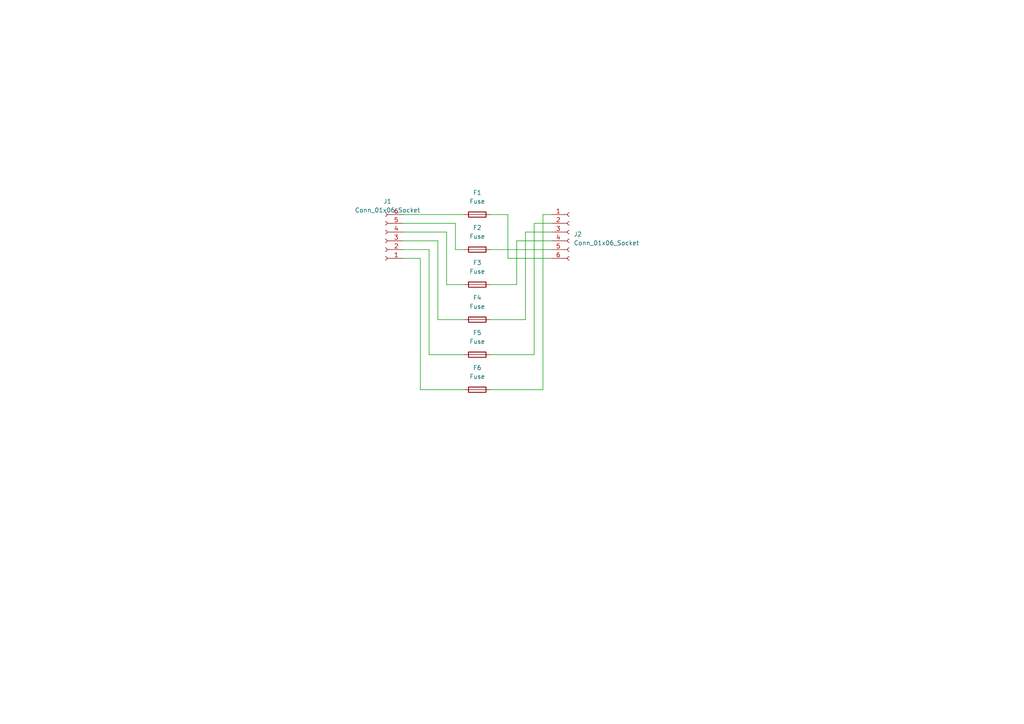
<source format=kicad_sch>
(kicad_sch (version 20230121) (generator eeschema)

  (uuid 79d9ef62-adff-4370-81e1-c8ee98acfcda)

  (paper "A4")

  (lib_symbols
    (symbol "Connector:Conn_01x06_Socket" (pin_names (offset 1.016) hide) (in_bom yes) (on_board yes)
      (property "Reference" "J" (at 0 7.62 0)
        (effects (font (size 1.27 1.27)))
      )
      (property "Value" "Conn_01x06_Socket" (at 0 -10.16 0)
        (effects (font (size 1.27 1.27)))
      )
      (property "Footprint" "" (at 0 0 0)
        (effects (font (size 1.27 1.27)) hide)
      )
      (property "Datasheet" "~" (at 0 0 0)
        (effects (font (size 1.27 1.27)) hide)
      )
      (property "ki_locked" "" (at 0 0 0)
        (effects (font (size 1.27 1.27)))
      )
      (property "ki_keywords" "connector" (at 0 0 0)
        (effects (font (size 1.27 1.27)) hide)
      )
      (property "ki_description" "Generic connector, single row, 01x06, script generated" (at 0 0 0)
        (effects (font (size 1.27 1.27)) hide)
      )
      (property "ki_fp_filters" "Connector*:*_1x??_*" (at 0 0 0)
        (effects (font (size 1.27 1.27)) hide)
      )
      (symbol "Conn_01x06_Socket_1_1"
        (arc (start 0 -7.112) (mid -0.5058 -7.62) (end 0 -8.128)
          (stroke (width 0.1524) (type default))
          (fill (type none))
        )
        (arc (start 0 -4.572) (mid -0.5058 -5.08) (end 0 -5.588)
          (stroke (width 0.1524) (type default))
          (fill (type none))
        )
        (arc (start 0 -2.032) (mid -0.5058 -2.54) (end 0 -3.048)
          (stroke (width 0.1524) (type default))
          (fill (type none))
        )
        (polyline
          (pts
            (xy -1.27 -7.62)
            (xy -0.508 -7.62)
          )
          (stroke (width 0.1524) (type default))
          (fill (type none))
        )
        (polyline
          (pts
            (xy -1.27 -5.08)
            (xy -0.508 -5.08)
          )
          (stroke (width 0.1524) (type default))
          (fill (type none))
        )
        (polyline
          (pts
            (xy -1.27 -2.54)
            (xy -0.508 -2.54)
          )
          (stroke (width 0.1524) (type default))
          (fill (type none))
        )
        (polyline
          (pts
            (xy -1.27 0)
            (xy -0.508 0)
          )
          (stroke (width 0.1524) (type default))
          (fill (type none))
        )
        (polyline
          (pts
            (xy -1.27 2.54)
            (xy -0.508 2.54)
          )
          (stroke (width 0.1524) (type default))
          (fill (type none))
        )
        (polyline
          (pts
            (xy -1.27 5.08)
            (xy -0.508 5.08)
          )
          (stroke (width 0.1524) (type default))
          (fill (type none))
        )
        (arc (start 0 0.508) (mid -0.5058 0) (end 0 -0.508)
          (stroke (width 0.1524) (type default))
          (fill (type none))
        )
        (arc (start 0 3.048) (mid -0.5058 2.54) (end 0 2.032)
          (stroke (width 0.1524) (type default))
          (fill (type none))
        )
        (arc (start 0 5.588) (mid -0.5058 5.08) (end 0 4.572)
          (stroke (width 0.1524) (type default))
          (fill (type none))
        )
        (pin passive line (at -5.08 5.08 0) (length 3.81)
          (name "Pin_1" (effects (font (size 1.27 1.27))))
          (number "1" (effects (font (size 1.27 1.27))))
        )
        (pin passive line (at -5.08 2.54 0) (length 3.81)
          (name "Pin_2" (effects (font (size 1.27 1.27))))
          (number "2" (effects (font (size 1.27 1.27))))
        )
        (pin passive line (at -5.08 0 0) (length 3.81)
          (name "Pin_3" (effects (font (size 1.27 1.27))))
          (number "3" (effects (font (size 1.27 1.27))))
        )
        (pin passive line (at -5.08 -2.54 0) (length 3.81)
          (name "Pin_4" (effects (font (size 1.27 1.27))))
          (number "4" (effects (font (size 1.27 1.27))))
        )
        (pin passive line (at -5.08 -5.08 0) (length 3.81)
          (name "Pin_5" (effects (font (size 1.27 1.27))))
          (number "5" (effects (font (size 1.27 1.27))))
        )
        (pin passive line (at -5.08 -7.62 0) (length 3.81)
          (name "Pin_6" (effects (font (size 1.27 1.27))))
          (number "6" (effects (font (size 1.27 1.27))))
        )
      )
    )
    (symbol "Device:Fuse" (pin_numbers hide) (pin_names (offset 0)) (in_bom yes) (on_board yes)
      (property "Reference" "F" (at 2.032 0 90)
        (effects (font (size 1.27 1.27)))
      )
      (property "Value" "Fuse" (at -1.905 0 90)
        (effects (font (size 1.27 1.27)))
      )
      (property "Footprint" "" (at -1.778 0 90)
        (effects (font (size 1.27 1.27)) hide)
      )
      (property "Datasheet" "~" (at 0 0 0)
        (effects (font (size 1.27 1.27)) hide)
      )
      (property "ki_keywords" "fuse" (at 0 0 0)
        (effects (font (size 1.27 1.27)) hide)
      )
      (property "ki_description" "Fuse" (at 0 0 0)
        (effects (font (size 1.27 1.27)) hide)
      )
      (property "ki_fp_filters" "*Fuse*" (at 0 0 0)
        (effects (font (size 1.27 1.27)) hide)
      )
      (symbol "Fuse_0_1"
        (rectangle (start -0.762 -2.54) (end 0.762 2.54)
          (stroke (width 0.254) (type default))
          (fill (type none))
        )
        (polyline
          (pts
            (xy 0 2.54)
            (xy 0 -2.54)
          )
          (stroke (width 0) (type default))
          (fill (type none))
        )
      )
      (symbol "Fuse_1_1"
        (pin passive line (at 0 3.81 270) (length 1.27)
          (name "~" (effects (font (size 1.27 1.27))))
          (number "1" (effects (font (size 1.27 1.27))))
        )
        (pin passive line (at 0 -3.81 90) (length 1.27)
          (name "~" (effects (font (size 1.27 1.27))))
          (number "2" (effects (font (size 1.27 1.27))))
        )
      )
    )
  )


  (wire (pts (xy 152.4 67.31) (xy 160.02 67.31))
    (stroke (width 0) (type default))
    (uuid 0098c908-10b7-4f1f-81b6-1277b58d9773)
  )
  (wire (pts (xy 129.54 67.31) (xy 129.54 82.55))
    (stroke (width 0) (type default))
    (uuid 10f11409-eaf7-4d65-9d3b-84ccb2b5f773)
  )
  (wire (pts (xy 149.86 82.55) (xy 142.24 82.55))
    (stroke (width 0) (type default))
    (uuid 22ae1d89-e5b7-458c-b5e1-730528fdc68a)
  )
  (wire (pts (xy 142.24 62.23) (xy 147.32 62.23))
    (stroke (width 0) (type default))
    (uuid 242ad934-8a98-4393-8747-ef93affc0f3f)
  )
  (wire (pts (xy 116.84 64.77) (xy 132.08 64.77))
    (stroke (width 0) (type default))
    (uuid 2c09f08b-de5d-4dbd-9908-de6f685d060d)
  )
  (wire (pts (xy 157.48 62.23) (xy 157.48 113.03))
    (stroke (width 0) (type default))
    (uuid 36e3ca9c-f615-418c-911c-6217aad19518)
  )
  (wire (pts (xy 124.46 102.87) (xy 134.62 102.87))
    (stroke (width 0) (type default))
    (uuid 3e2e3370-555d-44fa-a44b-1d6dff232d45)
  )
  (wire (pts (xy 152.4 92.71) (xy 142.24 92.71))
    (stroke (width 0) (type default))
    (uuid 43a04ecb-64d5-4924-9568-8fe0e89dc927)
  )
  (wire (pts (xy 129.54 82.55) (xy 134.62 82.55))
    (stroke (width 0) (type default))
    (uuid 44511079-23eb-4be0-95fd-c09aab6dc63f)
  )
  (wire (pts (xy 116.84 69.85) (xy 127 69.85))
    (stroke (width 0) (type default))
    (uuid 5cc9a96b-aef5-4891-bf0b-9917ba71caff)
  )
  (wire (pts (xy 154.94 102.87) (xy 142.24 102.87))
    (stroke (width 0) (type default))
    (uuid 6334fef2-8be0-4884-8124-76ebd304d758)
  )
  (wire (pts (xy 127 69.85) (xy 127 92.71))
    (stroke (width 0) (type default))
    (uuid 74fe4c60-218b-4d76-a844-1603dbbe7b04)
  )
  (wire (pts (xy 154.94 64.77) (xy 160.02 64.77))
    (stroke (width 0) (type default))
    (uuid 75dda0f6-a35e-4756-aeba-2711f4c26f30)
  )
  (wire (pts (xy 116.84 72.39) (xy 124.46 72.39))
    (stroke (width 0) (type default))
    (uuid 7bfd2563-bc9e-46c7-badc-638226a10955)
  )
  (wire (pts (xy 149.86 69.85) (xy 149.86 82.55))
    (stroke (width 0) (type default))
    (uuid 81329da1-ba86-4f81-a2c6-13c6029224c6)
  )
  (wire (pts (xy 116.84 74.93) (xy 121.92 74.93))
    (stroke (width 0) (type default))
    (uuid 932e1e83-9ef6-4be5-af45-3c79ddff84dc)
  )
  (wire (pts (xy 116.84 62.23) (xy 134.62 62.23))
    (stroke (width 0) (type default))
    (uuid 94001f9d-ca9f-47a6-91cb-b9bdbb7d6bfb)
  )
  (wire (pts (xy 152.4 67.31) (xy 152.4 92.71))
    (stroke (width 0) (type default))
    (uuid 97a78750-df9e-4dd7-a6ff-e5e957a21d16)
  )
  (wire (pts (xy 142.24 72.39) (xy 160.02 72.39))
    (stroke (width 0) (type default))
    (uuid 9aa3da3b-e760-458c-ba6b-5e44ba3384b3)
  )
  (wire (pts (xy 124.46 72.39) (xy 124.46 102.87))
    (stroke (width 0) (type default))
    (uuid a1668be7-d007-41cf-9ade-6bfab0cfc27d)
  )
  (wire (pts (xy 132.08 72.39) (xy 134.62 72.39))
    (stroke (width 0) (type default))
    (uuid a216d439-cb90-4df3-beb9-45d9f37805a3)
  )
  (wire (pts (xy 121.92 113.03) (xy 134.62 113.03))
    (stroke (width 0) (type default))
    (uuid a324c941-662d-4629-afe8-fbbf3ab1c4e7)
  )
  (wire (pts (xy 121.92 74.93) (xy 121.92 113.03))
    (stroke (width 0) (type default))
    (uuid a3ee4bbe-1313-4601-b835-262c8b7db935)
  )
  (wire (pts (xy 157.48 62.23) (xy 160.02 62.23))
    (stroke (width 0) (type default))
    (uuid a60188a9-0364-4035-b75a-775affc0aec0)
  )
  (wire (pts (xy 149.86 69.85) (xy 160.02 69.85))
    (stroke (width 0) (type default))
    (uuid a7a7ec29-c259-446b-9928-f359ddd486a5)
  )
  (wire (pts (xy 147.32 62.23) (xy 147.32 74.93))
    (stroke (width 0) (type default))
    (uuid ae0420d2-38da-4c39-ae2a-c3ffa77e2fc1)
  )
  (wire (pts (xy 147.32 74.93) (xy 160.02 74.93))
    (stroke (width 0) (type default))
    (uuid b1e9e894-dbd9-45cb-9875-00646a141bd9)
  )
  (wire (pts (xy 154.94 64.77) (xy 154.94 102.87))
    (stroke (width 0) (type default))
    (uuid c9651d1e-b7a9-420d-985e-ab732d4dd8b9)
  )
  (wire (pts (xy 157.48 113.03) (xy 142.24 113.03))
    (stroke (width 0) (type default))
    (uuid cec52ec7-6e3f-49cc-b2d2-71d9caa123f6)
  )
  (wire (pts (xy 132.08 64.77) (xy 132.08 72.39))
    (stroke (width 0) (type default))
    (uuid d33db100-5f53-4227-b362-223fd08e84bc)
  )
  (wire (pts (xy 116.84 67.31) (xy 129.54 67.31))
    (stroke (width 0) (type default))
    (uuid f3391fcb-9889-4517-934a-254df63a6714)
  )
  (wire (pts (xy 127 92.71) (xy 134.62 92.71))
    (stroke (width 0) (type default))
    (uuid ff2739d5-6a33-4566-986e-bb552ace9a39)
  )

  (symbol (lib_id "Device:Fuse") (at 138.43 82.55 90) (unit 1)
    (in_bom yes) (on_board yes) (dnp no) (fields_autoplaced)
    (uuid 092b730a-4d80-494d-bfb8-904290245a58)
    (property "Reference" "F3" (at 138.43 76.2 90)
      (effects (font (size 1.27 1.27)))
    )
    (property "Value" "Fuse" (at 138.43 78.74 90)
      (effects (font (size 1.27 1.27)))
    )
    (property "Footprint" "SamacSys_Parts:F-60-A" (at 138.43 84.328 90)
      (effects (font (size 1.27 1.27)) hide)
    )
    (property "Datasheet" "~" (at 138.43 82.55 0)
      (effects (font (size 1.27 1.27)) hide)
    )
    (pin "1" (uuid 36531492-a836-41e3-9771-e75f77c8c82c))
    (pin "2" (uuid 70e7fc9c-80c8-459c-936e-ce1b587ececd))
    (instances
      (project "AMS_Fuse"
        (path "/37138d2c-05b7-405b-b86c-87feaeb2f6c2"
          (reference "F3") (unit 1)
        )
      )
      (project "AMS_Fuse_ver2"
        (path "/79d9ef62-adff-4370-81e1-c8ee98acfcda"
          (reference "F3") (unit 1)
        )
      )
    )
  )

  (symbol (lib_id "Device:Fuse") (at 138.43 62.23 90) (unit 1)
    (in_bom yes) (on_board yes) (dnp no) (fields_autoplaced)
    (uuid 12970628-2b75-4e2b-91d0-f417636e6a9a)
    (property "Reference" "F1" (at 138.43 55.88 90)
      (effects (font (size 1.27 1.27)))
    )
    (property "Value" "Fuse" (at 138.43 58.42 90)
      (effects (font (size 1.27 1.27)))
    )
    (property "Footprint" "SamacSys_Parts:F-60-A" (at 138.43 64.008 90)
      (effects (font (size 1.27 1.27)) hide)
    )
    (property "Datasheet" "~" (at 138.43 62.23 0)
      (effects (font (size 1.27 1.27)) hide)
    )
    (pin "1" (uuid 6fd3238a-a8ea-45ba-a59d-64e23e4e7b7b))
    (pin "2" (uuid d1969958-a6d0-4990-b8e8-c6b42b1aa6aa))
    (instances
      (project "AMS_Fuse"
        (path "/37138d2c-05b7-405b-b86c-87feaeb2f6c2"
          (reference "F1") (unit 1)
        )
      )
      (project "AMS_Fuse_ver2"
        (path "/79d9ef62-adff-4370-81e1-c8ee98acfcda"
          (reference "F1") (unit 1)
        )
      )
    )
  )

  (symbol (lib_id "Connector:Conn_01x06_Socket") (at 165.1 67.31 0) (unit 1)
    (in_bom yes) (on_board yes) (dnp no) (fields_autoplaced)
    (uuid 5213a60e-ee33-496b-b933-cd9d7c03d42f)
    (property "Reference" "J2" (at 166.37 67.945 0)
      (effects (font (size 1.27 1.27)) (justify left))
    )
    (property "Value" "Conn_01x06_Socket" (at 166.37 70.485 0)
      (effects (font (size 1.27 1.27)) (justify left))
    )
    (property "Footprint" "Connector_JST:JST_XH_S6B-XH-A_1x06_P2.50mm_Horizontal" (at 165.1 67.31 0)
      (effects (font (size 1.27 1.27)) hide)
    )
    (property "Datasheet" "~" (at 165.1 67.31 0)
      (effects (font (size 1.27 1.27)) hide)
    )
    (pin "1" (uuid 68e5f2a2-6539-4748-9ff1-4320cdf47212))
    (pin "2" (uuid 544f5582-bd71-4b29-a5ce-ca1f7e66442a))
    (pin "3" (uuid 2a7ff897-97e0-4d1e-9d7f-e605c8556a83))
    (pin "4" (uuid 04099a79-ace6-4d30-95ef-d9136b77cfab))
    (pin "5" (uuid 638ee893-bd27-4558-92ad-00919390a661))
    (pin "6" (uuid 65c24200-32a7-4caf-87b2-97881a37ee81))
    (instances
      (project "AMS_Fuse_ver2"
        (path "/79d9ef62-adff-4370-81e1-c8ee98acfcda"
          (reference "J2") (unit 1)
        )
      )
    )
  )

  (symbol (lib_id "Device:Fuse") (at 138.43 102.87 90) (unit 1)
    (in_bom yes) (on_board yes) (dnp no) (fields_autoplaced)
    (uuid 522275ec-96fc-4672-9f43-aca921ec0096)
    (property "Reference" "F5" (at 138.43 96.52 90)
      (effects (font (size 1.27 1.27)))
    )
    (property "Value" "Fuse" (at 138.43 99.06 90)
      (effects (font (size 1.27 1.27)))
    )
    (property "Footprint" "SamacSys_Parts:F-60-A" (at 138.43 104.648 90)
      (effects (font (size 1.27 1.27)) hide)
    )
    (property "Datasheet" "~" (at 138.43 102.87 0)
      (effects (font (size 1.27 1.27)) hide)
    )
    (pin "1" (uuid b4da62d8-5651-4167-ae4e-a8382e194807))
    (pin "2" (uuid c332182a-5ca8-497d-aef6-66acc6c5973e))
    (instances
      (project "AMS_Fuse"
        (path "/37138d2c-05b7-405b-b86c-87feaeb2f6c2"
          (reference "F5") (unit 1)
        )
      )
      (project "AMS_Fuse_ver2"
        (path "/79d9ef62-adff-4370-81e1-c8ee98acfcda"
          (reference "F5") (unit 1)
        )
      )
    )
  )

  (symbol (lib_id "Connector:Conn_01x06_Socket") (at 111.76 69.85 180) (unit 1)
    (in_bom yes) (on_board yes) (dnp no) (fields_autoplaced)
    (uuid 6d47e49b-1e7a-4872-9752-6b62397b8b6e)
    (property "Reference" "J1" (at 112.395 58.42 0)
      (effects (font (size 1.27 1.27)))
    )
    (property "Value" "Conn_01x06_Socket" (at 112.395 60.96 0)
      (effects (font (size 1.27 1.27)))
    )
    (property "Footprint" "Connector_JST:JST_XH_S6B-XH-A_1x06_P2.50mm_Horizontal" (at 111.76 69.85 0)
      (effects (font (size 1.27 1.27)) hide)
    )
    (property "Datasheet" "~" (at 111.76 69.85 0)
      (effects (font (size 1.27 1.27)) hide)
    )
    (pin "1" (uuid 23ada61f-bd34-4d94-9c62-8a97f61e3fb6))
    (pin "2" (uuid c02eef0c-162c-4327-bdd4-ad5debeccb53))
    (pin "3" (uuid 6d781eb4-cd3d-42a5-88f3-1bd4e7925e44))
    (pin "4" (uuid 9c5e3709-388f-4af0-bf7f-f56758e47447))
    (pin "5" (uuid ceb8b4a6-62d6-4953-88d8-35fc1b81b584))
    (pin "6" (uuid 5aaec723-ba60-42df-8f66-36f41337a858))
    (instances
      (project "AMS_Fuse_ver2"
        (path "/79d9ef62-adff-4370-81e1-c8ee98acfcda"
          (reference "J1") (unit 1)
        )
      )
    )
  )

  (symbol (lib_id "Device:Fuse") (at 138.43 92.71 90) (unit 1)
    (in_bom yes) (on_board yes) (dnp no) (fields_autoplaced)
    (uuid 84269402-9603-445e-b0db-15e9a5061359)
    (property "Reference" "F4" (at 138.43 86.36 90)
      (effects (font (size 1.27 1.27)))
    )
    (property "Value" "Fuse" (at 138.43 88.9 90)
      (effects (font (size 1.27 1.27)))
    )
    (property "Footprint" "SamacSys_Parts:F-60-A" (at 138.43 94.488 90)
      (effects (font (size 1.27 1.27)) hide)
    )
    (property "Datasheet" "~" (at 138.43 92.71 0)
      (effects (font (size 1.27 1.27)) hide)
    )
    (pin "1" (uuid 9b3c654d-fb75-4baa-95dd-729c0e8deb1d))
    (pin "2" (uuid 30c4e0fe-8491-4081-b69e-1cae01dd7228))
    (instances
      (project "AMS_Fuse"
        (path "/37138d2c-05b7-405b-b86c-87feaeb2f6c2"
          (reference "F4") (unit 1)
        )
      )
      (project "AMS_Fuse_ver2"
        (path "/79d9ef62-adff-4370-81e1-c8ee98acfcda"
          (reference "F4") (unit 1)
        )
      )
    )
  )

  (symbol (lib_id "Device:Fuse") (at 138.43 113.03 90) (unit 1)
    (in_bom yes) (on_board yes) (dnp no) (fields_autoplaced)
    (uuid 8cc64e29-b069-4e81-9279-7720681c8cca)
    (property "Reference" "F6" (at 138.43 106.68 90)
      (effects (font (size 1.27 1.27)))
    )
    (property "Value" "Fuse" (at 138.43 109.22 90)
      (effects (font (size 1.27 1.27)))
    )
    (property "Footprint" "SamacSys_Parts:F-60-A" (at 138.43 114.808 90)
      (effects (font (size 1.27 1.27)) hide)
    )
    (property "Datasheet" "~" (at 138.43 113.03 0)
      (effects (font (size 1.27 1.27)) hide)
    )
    (pin "1" (uuid b9f07c18-e3e9-4056-b1d4-652cfcb1efdc))
    (pin "2" (uuid 9ff8bd03-74a8-42a0-a8d0-15ed9b4d5696))
    (instances
      (project "AMS_Fuse"
        (path "/37138d2c-05b7-405b-b86c-87feaeb2f6c2"
          (reference "F6") (unit 1)
        )
      )
      (project "AMS_Fuse_ver2"
        (path "/79d9ef62-adff-4370-81e1-c8ee98acfcda"
          (reference "F6") (unit 1)
        )
      )
    )
  )

  (symbol (lib_id "Device:Fuse") (at 138.43 72.39 90) (unit 1)
    (in_bom yes) (on_board yes) (dnp no) (fields_autoplaced)
    (uuid b246abeb-0fe1-4d32-899b-299bdbd1104c)
    (property "Reference" "F2" (at 138.43 66.04 90)
      (effects (font (size 1.27 1.27)))
    )
    (property "Value" "Fuse" (at 138.43 68.58 90)
      (effects (font (size 1.27 1.27)))
    )
    (property "Footprint" "SamacSys_Parts:F-60-A" (at 138.43 74.168 90)
      (effects (font (size 1.27 1.27)) hide)
    )
    (property "Datasheet" "~" (at 138.43 72.39 0)
      (effects (font (size 1.27 1.27)) hide)
    )
    (pin "1" (uuid 888060ad-6110-48db-a65b-8c1cd45dc464))
    (pin "2" (uuid 6a8b680a-a095-46e4-b3f4-63f785a0b479))
    (instances
      (project "AMS_Fuse"
        (path "/37138d2c-05b7-405b-b86c-87feaeb2f6c2"
          (reference "F2") (unit 1)
        )
      )
      (project "AMS_Fuse_ver2"
        (path "/79d9ef62-adff-4370-81e1-c8ee98acfcda"
          (reference "F2") (unit 1)
        )
      )
    )
  )

  (sheet_instances
    (path "/" (page "1"))
  )
)

</source>
